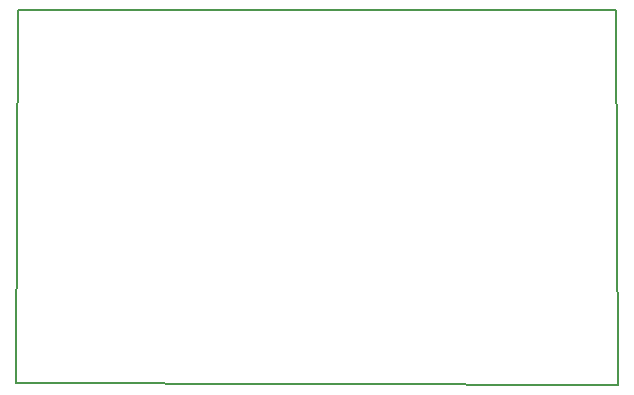
<source format=gbr>
G04 DipTrace 2.4.0.2*
%INBoardOutlineEI.gbr*%
%MOIN*%
%ADD11C,0.0055*%
%FSLAX44Y44*%
G04*
G70*
G90*
G75*
G01*
%LNBoardOutline*%
%LPD*%
X4000Y16438D2*
D11*
X23939D1*
X24002Y3937D1*
X3937Y4000D1*
X4000Y16438D1*
M02*

</source>
